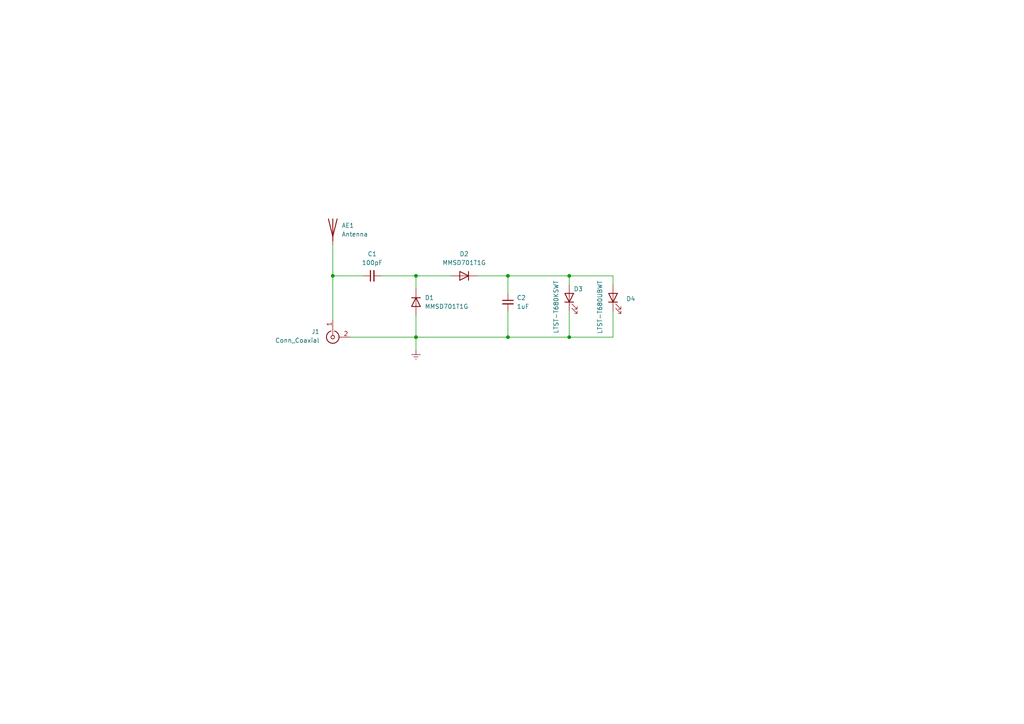
<source format=kicad_sch>
(kicad_sch (version 20211123) (generator eeschema)
  (paper "A4")
  (title_block (title "RF-Badge") (date "18. Oct. 2022") (rev "1.0") (company "HB9UF") (comment 1 "Author: Andreas Rodler HB9HDF"))
  (lib_symbols
    (symbol "Connector:Conn_Coaxial" (pin_names (offset 1.016) hide)
      (property "Reference" "J" (at 0.254 3.048 0))
      (property "Value" "Conn_Coaxial" (at 2.921 0 90))
      (symbol "Conn_Coaxial_0_1"
        (arc (start -1.778 -0.508) (mid 0.222 -1.808) (end 1.778 0) (stroke (width 0.254)))
        (polyline (pts (xy -2.54 0) (xy -0.508 0)))
        (polyline (pts (xy 0 -2.54) (xy 0 -1.778)))
        (circle (center 0 0) (radius 0.508) (stroke (width 0.2032)))
        (arc (start 1.778 0) (mid 0.2221 1.8083) (end -1.778 0.508) (stroke (width 0.254)))
      )
      (symbol "Conn_Coaxial_1_1"
        (pin passive line (at -5.08 0 0) (length 2.54) (name "In") (number "1"))
        (pin passive line (at 0 -5.08 90) (length 2.54) (name "Ext") (number "2"))
      )
    )
    (symbol "Device:Antenna" (pin_numbers hide) (pin_names (offset 1.016) hide)
      (property "Reference" "AE" (at -1.905 1.905 0))
      (property "Value" "Antenna" (at -1.905 0 0))
      (symbol "Antenna_0_1"
        (polyline (pts (xy 0 2.54) (xy 0 -3.81)) (stroke (width 0.254)))
        (polyline (pts (xy 1.27 2.54) (xy 0 -2.54) (xy -1.27 2.54)) (stroke (width 0.254)))
      )
      (symbol "Antenna_1_1"
        (pin input line (at 0 -5.08 90) (length 2.54) (name "A") (number "1"))
      )
    )
    (symbol "Device:C_Small" (pin_numbers hide) (pin_names (offset 0.254) hide)
      (property "Reference" "C" (at 0.254 1.778 0))
      (property "Value" "C_Small" (at 0.254 -2.032 0))
      (symbol "C_Small_0_1"
        (polyline (pts (xy -1.524 -0.508) (xy 1.524 -0.508)) (stroke (width 0.3302)))
        (polyline (pts (xy -1.524 0.508) (xy 1.524 0.508)) (stroke (width 0.3048)))
      )
      (symbol "C_Small_1_1"
        (pin passive line (at 0 2.54 270) (length 2.032) (name "~") (number "1"))
        (pin passive line (at 0 -2.54 90) (length 2.032) (name "~") (number "2"))
      )
    )
    (symbol "Device:LED" (pin_numbers hide) (pin_names (offset 1.016) hide)
      (property "Reference" "D" (at 0 2.54 0))
      (property "Value" "LED" (at 0 -2.54 0))
      (symbol "LED_0_1"
        (polyline (pts (xy -1.27 -1.27) (xy -1.27 1.27)) (stroke (width 0.254)))
        (polyline (pts (xy -1.27 0) (xy 1.27 0)))
        (polyline (pts (xy 1.27 -1.27) (xy 1.27 1.27) (xy -1.27 0) (xy 1.27 -1.27)) (stroke (width 0.254)))
        (polyline (pts (xy -3.048 -0.762) (xy -4.572 -2.286) (xy -3.81 -2.286) (xy -4.572 -2.286) (xy -4.572 -1.524)))
        (polyline (pts (xy -1.778 -0.762) (xy -3.302 -2.286) (xy -2.54 -2.286) (xy -3.302 -2.286) (xy -3.302 -1.524)))
      )
      (symbol "LED_1_1"
        (pin passive line (at -3.81 0 0) (length 2.54) (name "K") (number "1"))
        (pin passive line (at 3.81 0 180) (length 2.54) (name "A") (number "2"))
      )
    )
    (symbol "Diode:MMSD4148" (pin_numbers hide) (pin_names (offset 1.016) hide)
      (property "Reference" "D" (at 0 2.54 0))
      (property "Value" "MMSD4148" (at 0 -2.54 0))
      (symbol "MMSD4148_0_1"
        (polyline (pts (xy -1.27 1.27) (xy -1.27 -1.27)) (stroke (width 0.254)))
        (polyline (pts (xy 1.27 0) (xy -1.27 0)))
        (polyline (pts (xy 1.27 1.27) (xy 1.27 -1.27) (xy -1.27 0) (xy 1.27 1.27)) (stroke (width 0.254)))
      )
      (symbol "MMSD4148_1_1"
        (pin passive line (at -3.81 0 0) (length 2.54) (name "K") (number "1"))
        (pin passive line (at 3.81 0 180) (length 2.54) (name "A") (number "2"))
      )
    )
    (symbol "power:Earth" (power) (pin_names (offset 0))
      (symbol "Earth_0_1"
        (polyline (pts (xy -0.635 -1.905) (xy 0.635 -1.905)))
        (polyline (pts (xy -0.127 -2.54) (xy 0.127 -2.54)))
        (polyline (pts (xy 0 -1.27) (xy 0 0)))
        (polyline (pts (xy 1.27 -1.27) (xy -1.27 -1.27)))
      )
      (symbol "Earth_1_1"
        (pin power_in line (at 0 0 270) (length 0) hide (name "Earth") (number "1"))
      )
    )
  )
  (junction (at 165.1 80.01))
  (junction (at 120.65 97.79))
  (junction (at 147.32 97.79))
  (junction (at 147.32 80.01))
  (junction (at 165.1 97.79))
  (junction (at 120.65 80.01))
  (junction (at 96.52 80.01))
  (wire (pts (xy 147.32 85.09) (xy 147.32 80.01)))
  (wire (pts (xy 138.43 80.01) (xy 147.32 80.01)))
  (wire (pts (xy 120.65 97.79) (xy 147.32 97.79)))
  (wire (pts (xy 120.65 91.44) (xy 120.65 97.79)))
  (wire (pts (xy 105.41 80.01) (xy 96.52 80.01)))
  (wire (pts (xy 147.32 90.17) (xy 147.32 97.79)))
  (wire (pts (xy 96.52 80.01) (xy 96.52 71.12)))
  (wire (pts (xy 177.8 80.01) (xy 177.8 82.55)))
  (wire (pts (xy 147.32 80.01) (xy 165.1 80.01)))
  (wire (pts (xy 110.49 80.01) (xy 120.65 80.01)))
  (wire (pts (xy 120.65 80.01) (xy 120.65 83.82)))
  (wire (pts (xy 165.1 90.17) (xy 165.1 97.79)))
  (wire (pts (xy 165.1 80.01) (xy 177.8 80.01)))
  (wire (pts (xy 177.8 97.79) (xy 165.1 97.79)))
  (wire (pts (xy 120.65 80.01) (xy 130.81 80.01)))
  (wire (pts (xy 165.1 80.01) (xy 165.1 82.55)))
  (wire (pts (xy 96.52 80.01) (xy 96.52 92.71)))
  (wire (pts (xy 120.65 97.79) (xy 120.65 101.6)))
  (wire (pts (xy 147.32 97.79) (xy 165.1 97.79)))
  (wire (pts (xy 101.6 97.79) (xy 120.65 97.79)))
  (wire (pts (xy 177.8 90.17) (xy 177.8 97.79)))
  (symbol (lib_id "Device:C_Small") (at 147.32 87.63 0) (unit 1)
    (property "Reference" "C2" (at 149.86 86.3662 0) (effects (justify left)))
    (property "Value" "1uF" (at 149.86 88.9062 0) (effects (justify left)))
    (property "Footprint" "Capacitor_SMD:C_1206_3216Metric" (effects hide))
  )
  (symbol (lib_id "Diode:MMSD4148") (at 134.62 80.01 180) (unit 1)
    (property "Reference" "D2" (at 134.62 73.66 0))
    (property "Value" "MMSD701T1G" (at 134.62 76.2 0))
    (property "Footprint" "Diode_SMD:D_SOD-123" (effects hide))
    (property "Datasheet" "https://www.onsemi.com/pub/Collateral/MMSD4148T1-D.PDF" (effects hide))
  )
  (symbol (lib_id "power:Earth") (at 120.65 101.6 0) (unit 1)
    (property "Reference" "#PWR0101" (effects hide))
    (property "Value" "Earth" (effects hide))
  )
  (symbol (lib_id "Diode:MMSD4148") (at 120.65 87.63 270) (unit 1)
    (property "Reference" "D1" (at 123.19 86.3599 90) (effects (justify left)))
    (property "Value" "MMSD701T1G" (at 123.19 88.8999 90) (effects (justify left)))
    (property "Footprint" "Diode_SMD:D_SOD-123" (effects hide))
    (property "Datasheet" "https://www.onsemi.com/pub/Collateral/MMSD4148T1-D.PDF" (effects hide))
  )
  (symbol (lib_id "Device:C_Small") (at 107.95 80.01 90) (unit 1)
    (property "Reference" "C1" (at 107.9563 73.66 90))
    (property "Value" "100pF" (at 107.9563 76.2 90))
    (property "Footprint" "Capacitor_SMD:C_1206_3216Metric" (effects hide))
  )
  (symbol (lib_id "Connector:Conn_Coaxial") (at 96.52 97.79 90) (mirror x) (unit 1)
    (property "Reference" "J1" (at 92.71 96.2024 90) (effects (justify left)))
    (property "Value" "Conn_Coaxial" (at 92.71 98.7424 90) (effects (justify left)))
    (property "Footprint" "Connector_Coaxial:SMA_Amphenol_132289_EdgeMount" (effects hide))
    (property "Datasheet" " ~" (effects hide))
  )
  (symbol (lib_id "Device:Antenna") (at 96.52 66.04 0) (unit 1)
    (property "Reference" "AE1" (at 99.06 65.4049 0) (effects (justify left)))
    (property "Value" "Antenna" (at 99.06 67.9449 0) (effects (justify left)))
  )
  (symbol (lib_id "Device:LED") (at 177.8 86.36 90) (unit 1)
    (property "Reference" "D4" (at 181.61 86.6774 90) (effects (justify right)))
    (property "Value" "LTST-T680UBWT" (at 173.99 81.28 0) (effects (justify right)))
    (property "Footprint" "LED_SMD:LED_PLCC-2" (effects hide))
  )
  (symbol (lib_id "Device:LED") (at 165.1 86.36 90) (unit 1)
    (property "Reference" "D3" (at 166.37 83.82 90) (effects (justify right)))
    (property "Value" "LTST-T680KSWT" (at 161.29 81.28 0) (effects (justify right)))
    (property "Footprint" "LED_SMD:LED_PLCC-2" (effects hide))
  )
)
</source>
